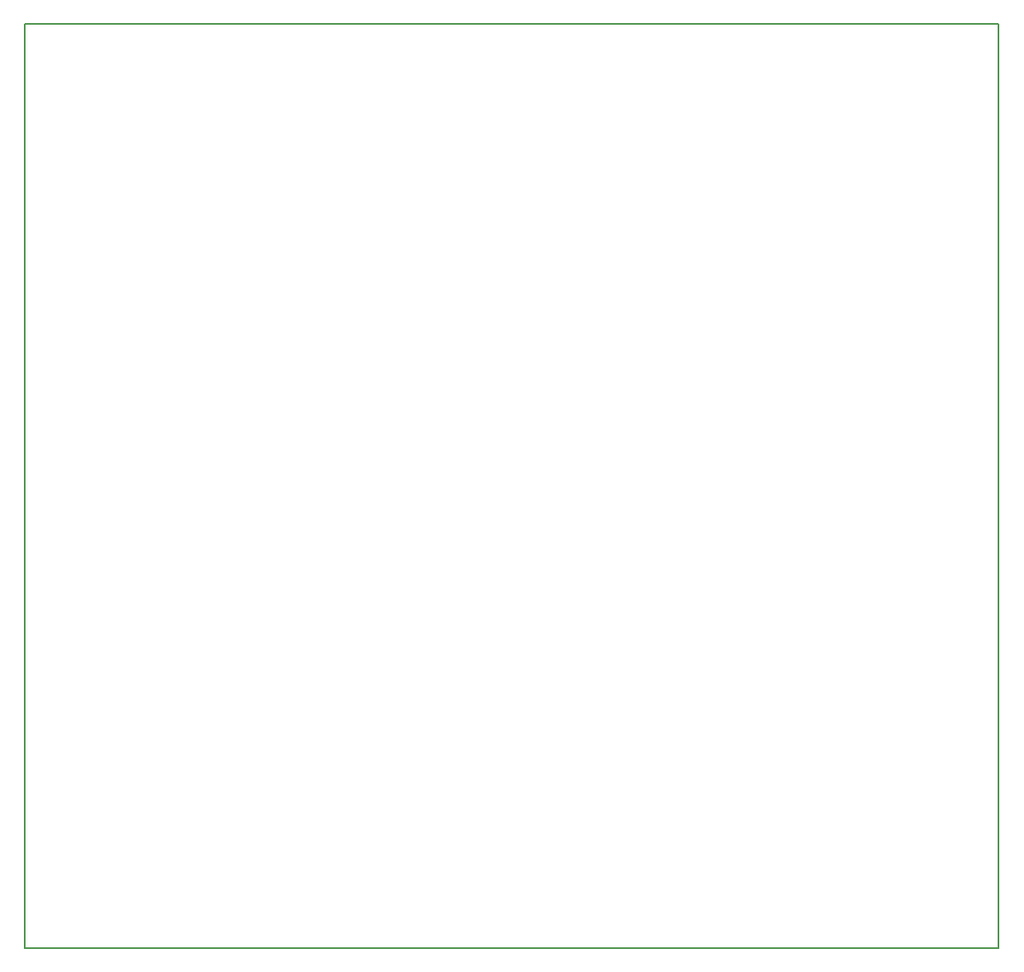
<source format=gm1>
G04 #@! TF.FileFunction,Profile,NP*
%FSLAX46Y46*%
G04 Gerber Fmt 4.6, Leading zero omitted, Abs format (unit mm)*
G04 Created by KiCad (PCBNEW 4.0.2-stable) date 5/28/2016 11:57:46 PM*
%MOMM*%
G01*
G04 APERTURE LIST*
%ADD10C,0.127000*%
G04 APERTURE END LIST*
D10*
X140000000Y-80000000D02*
X40000000Y-80000000D01*
X140000000Y-175000000D02*
X140000000Y-80000000D01*
X40000000Y-175000000D02*
X140000000Y-175000000D01*
X40000000Y-80000000D02*
X40000000Y-175000000D01*
M02*

</source>
